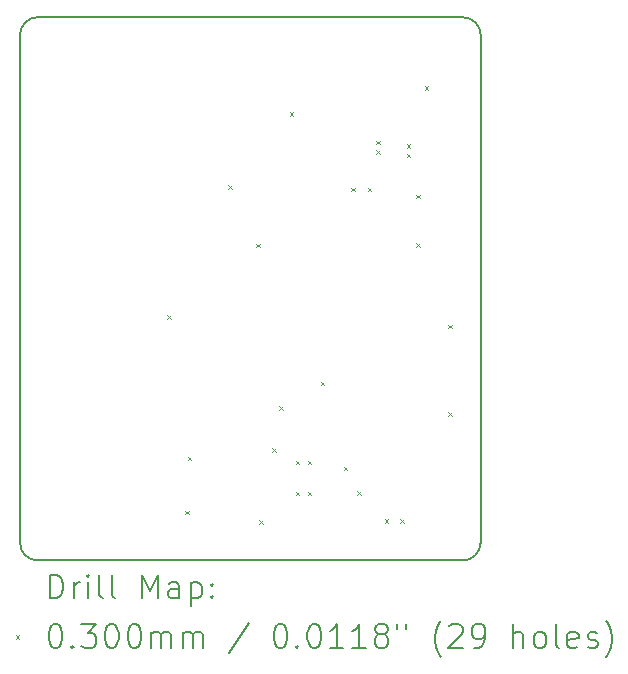
<source format=gbr>
%TF.GenerationSoftware,KiCad,Pcbnew,9.0.1-rc2*%
%TF.CreationDate,2025-04-23T19:50:41-07:00*%
%TF.ProjectId,displaypcb,64697370-6c61-4797-9063-622e6b696361,2*%
%TF.SameCoordinates,Original*%
%TF.FileFunction,Drillmap*%
%TF.FilePolarity,Positive*%
%FSLAX45Y45*%
G04 Gerber Fmt 4.5, Leading zero omitted, Abs format (unit mm)*
G04 Created by KiCad (PCBNEW 9.0.1-rc2) date 2025-04-23 19:50:41*
%MOMM*%
%LPD*%
G01*
G04 APERTURE LIST*
%ADD10C,0.150000*%
%ADD11C,0.200000*%
%ADD12C,0.100000*%
G04 APERTURE END LIST*
D10*
X11500000Y-12150000D02*
G75*
G02*
X11350000Y-12300000I-150000J0D01*
G01*
X7600000Y-7850000D02*
X7600000Y-12150000D01*
X7750000Y-12300000D02*
G75*
G02*
X7600000Y-12150000I0J150000D01*
G01*
X11350000Y-12300000D02*
X7750000Y-12300000D01*
X11500000Y-7850000D02*
X11500000Y-12150000D01*
X11350000Y-7700000D02*
G75*
G02*
X11500000Y-7850000I0J-150000D01*
G01*
X7750000Y-7700000D02*
X11350000Y-7700000D01*
X7600000Y-7850000D02*
G75*
G02*
X7750000Y-7700000I150000J0D01*
G01*
D11*
D12*
X8845000Y-10225000D02*
X8875000Y-10255000D01*
X8875000Y-10225000D02*
X8845000Y-10255000D01*
X9000000Y-11880000D02*
X9030000Y-11910000D01*
X9030000Y-11880000D02*
X9000000Y-11910000D01*
X9020000Y-11420000D02*
X9050000Y-11450000D01*
X9050000Y-11420000D02*
X9020000Y-11450000D01*
X9365000Y-9125000D02*
X9395000Y-9155000D01*
X9395000Y-9125000D02*
X9365000Y-9155000D01*
X9600000Y-9620000D02*
X9630000Y-9650000D01*
X9630000Y-9620000D02*
X9600000Y-9650000D01*
X9625000Y-11960000D02*
X9655000Y-11990000D01*
X9655000Y-11960000D02*
X9625000Y-11990000D01*
X9735000Y-11350000D02*
X9765000Y-11380000D01*
X9765000Y-11350000D02*
X9735000Y-11380000D01*
X9795000Y-10995000D02*
X9825000Y-11025000D01*
X9825000Y-10995000D02*
X9795000Y-11025000D01*
X9885000Y-8505000D02*
X9915000Y-8535000D01*
X9915000Y-8505000D02*
X9885000Y-8535000D01*
X9935000Y-11457031D02*
X9965000Y-11487031D01*
X9965000Y-11457031D02*
X9935000Y-11487031D01*
X9935000Y-11717031D02*
X9965000Y-11747031D01*
X9965000Y-11717031D02*
X9935000Y-11747031D01*
X10035000Y-11457031D02*
X10065000Y-11487031D01*
X10065000Y-11457031D02*
X10035000Y-11487031D01*
X10035000Y-11717031D02*
X10065000Y-11747031D01*
X10065000Y-11717031D02*
X10035000Y-11747031D01*
X10145000Y-10785000D02*
X10175000Y-10815000D01*
X10175000Y-10785000D02*
X10145000Y-10815000D01*
X10340000Y-11505000D02*
X10370000Y-11535000D01*
X10370000Y-11505000D02*
X10340000Y-11535000D01*
X10405000Y-9145000D02*
X10435000Y-9175000D01*
X10435000Y-9145000D02*
X10405000Y-9175000D01*
X10455000Y-11715000D02*
X10485000Y-11745000D01*
X10485000Y-11715000D02*
X10455000Y-11745000D01*
X10545000Y-9145000D02*
X10575000Y-9175000D01*
X10575000Y-9145000D02*
X10545000Y-9175000D01*
X10615000Y-8745000D02*
X10645000Y-8775000D01*
X10645000Y-8745000D02*
X10615000Y-8775000D01*
X10615000Y-8825000D02*
X10645000Y-8855000D01*
X10645000Y-8825000D02*
X10615000Y-8855000D01*
X10690000Y-11950000D02*
X10720000Y-11980000D01*
X10720000Y-11950000D02*
X10690000Y-11980000D01*
X10820000Y-11950000D02*
X10850000Y-11980000D01*
X10850000Y-11950000D02*
X10820000Y-11980000D01*
X10875000Y-8775000D02*
X10905000Y-8805000D01*
X10905000Y-8775000D02*
X10875000Y-8805000D01*
X10875000Y-8855000D02*
X10905000Y-8885000D01*
X10905000Y-8855000D02*
X10875000Y-8885000D01*
X10955000Y-9205000D02*
X10985000Y-9235000D01*
X10985000Y-9205000D02*
X10955000Y-9235000D01*
X10955000Y-9615000D02*
X10985000Y-9645000D01*
X10985000Y-9615000D02*
X10955000Y-9645000D01*
X11025000Y-8285000D02*
X11055000Y-8315000D01*
X11055000Y-8285000D02*
X11025000Y-8315000D01*
X11225000Y-10305000D02*
X11255000Y-10335000D01*
X11255000Y-10305000D02*
X11225000Y-10335000D01*
X11225000Y-11045000D02*
X11255000Y-11075000D01*
X11255000Y-11045000D02*
X11225000Y-11075000D01*
D11*
X7853277Y-12618984D02*
X7853277Y-12418984D01*
X7853277Y-12418984D02*
X7900896Y-12418984D01*
X7900896Y-12418984D02*
X7929467Y-12428508D01*
X7929467Y-12428508D02*
X7948515Y-12447555D01*
X7948515Y-12447555D02*
X7958039Y-12466603D01*
X7958039Y-12466603D02*
X7967562Y-12504698D01*
X7967562Y-12504698D02*
X7967562Y-12533269D01*
X7967562Y-12533269D02*
X7958039Y-12571365D01*
X7958039Y-12571365D02*
X7948515Y-12590412D01*
X7948515Y-12590412D02*
X7929467Y-12609460D01*
X7929467Y-12609460D02*
X7900896Y-12618984D01*
X7900896Y-12618984D02*
X7853277Y-12618984D01*
X8053277Y-12618984D02*
X8053277Y-12485650D01*
X8053277Y-12523746D02*
X8062801Y-12504698D01*
X8062801Y-12504698D02*
X8072324Y-12495174D01*
X8072324Y-12495174D02*
X8091372Y-12485650D01*
X8091372Y-12485650D02*
X8110420Y-12485650D01*
X8177086Y-12618984D02*
X8177086Y-12485650D01*
X8177086Y-12418984D02*
X8167562Y-12428508D01*
X8167562Y-12428508D02*
X8177086Y-12438031D01*
X8177086Y-12438031D02*
X8186610Y-12428508D01*
X8186610Y-12428508D02*
X8177086Y-12418984D01*
X8177086Y-12418984D02*
X8177086Y-12438031D01*
X8300896Y-12618984D02*
X8281848Y-12609460D01*
X8281848Y-12609460D02*
X8272324Y-12590412D01*
X8272324Y-12590412D02*
X8272324Y-12418984D01*
X8405658Y-12618984D02*
X8386610Y-12609460D01*
X8386610Y-12609460D02*
X8377086Y-12590412D01*
X8377086Y-12590412D02*
X8377086Y-12418984D01*
X8634229Y-12618984D02*
X8634229Y-12418984D01*
X8634229Y-12418984D02*
X8700896Y-12561841D01*
X8700896Y-12561841D02*
X8767563Y-12418984D01*
X8767563Y-12418984D02*
X8767563Y-12618984D01*
X8948515Y-12618984D02*
X8948515Y-12514222D01*
X8948515Y-12514222D02*
X8938991Y-12495174D01*
X8938991Y-12495174D02*
X8919944Y-12485650D01*
X8919944Y-12485650D02*
X8881848Y-12485650D01*
X8881848Y-12485650D02*
X8862801Y-12495174D01*
X8948515Y-12609460D02*
X8929467Y-12618984D01*
X8929467Y-12618984D02*
X8881848Y-12618984D01*
X8881848Y-12618984D02*
X8862801Y-12609460D01*
X8862801Y-12609460D02*
X8853277Y-12590412D01*
X8853277Y-12590412D02*
X8853277Y-12571365D01*
X8853277Y-12571365D02*
X8862801Y-12552317D01*
X8862801Y-12552317D02*
X8881848Y-12542793D01*
X8881848Y-12542793D02*
X8929467Y-12542793D01*
X8929467Y-12542793D02*
X8948515Y-12533269D01*
X9043753Y-12485650D02*
X9043753Y-12685650D01*
X9043753Y-12495174D02*
X9062801Y-12485650D01*
X9062801Y-12485650D02*
X9100896Y-12485650D01*
X9100896Y-12485650D02*
X9119944Y-12495174D01*
X9119944Y-12495174D02*
X9129467Y-12504698D01*
X9129467Y-12504698D02*
X9138991Y-12523746D01*
X9138991Y-12523746D02*
X9138991Y-12580888D01*
X9138991Y-12580888D02*
X9129467Y-12599936D01*
X9129467Y-12599936D02*
X9119944Y-12609460D01*
X9119944Y-12609460D02*
X9100896Y-12618984D01*
X9100896Y-12618984D02*
X9062801Y-12618984D01*
X9062801Y-12618984D02*
X9043753Y-12609460D01*
X9224705Y-12599936D02*
X9234229Y-12609460D01*
X9234229Y-12609460D02*
X9224705Y-12618984D01*
X9224705Y-12618984D02*
X9215182Y-12609460D01*
X9215182Y-12609460D02*
X9224705Y-12599936D01*
X9224705Y-12599936D02*
X9224705Y-12618984D01*
X9224705Y-12495174D02*
X9234229Y-12504698D01*
X9234229Y-12504698D02*
X9224705Y-12514222D01*
X9224705Y-12514222D02*
X9215182Y-12504698D01*
X9215182Y-12504698D02*
X9224705Y-12495174D01*
X9224705Y-12495174D02*
X9224705Y-12514222D01*
D12*
X7562500Y-12932500D02*
X7592500Y-12962500D01*
X7592500Y-12932500D02*
X7562500Y-12962500D01*
D11*
X7891372Y-12838984D02*
X7910420Y-12838984D01*
X7910420Y-12838984D02*
X7929467Y-12848508D01*
X7929467Y-12848508D02*
X7938991Y-12858031D01*
X7938991Y-12858031D02*
X7948515Y-12877079D01*
X7948515Y-12877079D02*
X7958039Y-12915174D01*
X7958039Y-12915174D02*
X7958039Y-12962793D01*
X7958039Y-12962793D02*
X7948515Y-13000888D01*
X7948515Y-13000888D02*
X7938991Y-13019936D01*
X7938991Y-13019936D02*
X7929467Y-13029460D01*
X7929467Y-13029460D02*
X7910420Y-13038984D01*
X7910420Y-13038984D02*
X7891372Y-13038984D01*
X7891372Y-13038984D02*
X7872324Y-13029460D01*
X7872324Y-13029460D02*
X7862801Y-13019936D01*
X7862801Y-13019936D02*
X7853277Y-13000888D01*
X7853277Y-13000888D02*
X7843753Y-12962793D01*
X7843753Y-12962793D02*
X7843753Y-12915174D01*
X7843753Y-12915174D02*
X7853277Y-12877079D01*
X7853277Y-12877079D02*
X7862801Y-12858031D01*
X7862801Y-12858031D02*
X7872324Y-12848508D01*
X7872324Y-12848508D02*
X7891372Y-12838984D01*
X8043753Y-13019936D02*
X8053277Y-13029460D01*
X8053277Y-13029460D02*
X8043753Y-13038984D01*
X8043753Y-13038984D02*
X8034229Y-13029460D01*
X8034229Y-13029460D02*
X8043753Y-13019936D01*
X8043753Y-13019936D02*
X8043753Y-13038984D01*
X8119943Y-12838984D02*
X8243753Y-12838984D01*
X8243753Y-12838984D02*
X8177086Y-12915174D01*
X8177086Y-12915174D02*
X8205658Y-12915174D01*
X8205658Y-12915174D02*
X8224705Y-12924698D01*
X8224705Y-12924698D02*
X8234229Y-12934222D01*
X8234229Y-12934222D02*
X8243753Y-12953269D01*
X8243753Y-12953269D02*
X8243753Y-13000888D01*
X8243753Y-13000888D02*
X8234229Y-13019936D01*
X8234229Y-13019936D02*
X8224705Y-13029460D01*
X8224705Y-13029460D02*
X8205658Y-13038984D01*
X8205658Y-13038984D02*
X8148515Y-13038984D01*
X8148515Y-13038984D02*
X8129467Y-13029460D01*
X8129467Y-13029460D02*
X8119943Y-13019936D01*
X8367562Y-12838984D02*
X8386610Y-12838984D01*
X8386610Y-12838984D02*
X8405658Y-12848508D01*
X8405658Y-12848508D02*
X8415182Y-12858031D01*
X8415182Y-12858031D02*
X8424705Y-12877079D01*
X8424705Y-12877079D02*
X8434229Y-12915174D01*
X8434229Y-12915174D02*
X8434229Y-12962793D01*
X8434229Y-12962793D02*
X8424705Y-13000888D01*
X8424705Y-13000888D02*
X8415182Y-13019936D01*
X8415182Y-13019936D02*
X8405658Y-13029460D01*
X8405658Y-13029460D02*
X8386610Y-13038984D01*
X8386610Y-13038984D02*
X8367562Y-13038984D01*
X8367562Y-13038984D02*
X8348515Y-13029460D01*
X8348515Y-13029460D02*
X8338991Y-13019936D01*
X8338991Y-13019936D02*
X8329467Y-13000888D01*
X8329467Y-13000888D02*
X8319943Y-12962793D01*
X8319943Y-12962793D02*
X8319943Y-12915174D01*
X8319943Y-12915174D02*
X8329467Y-12877079D01*
X8329467Y-12877079D02*
X8338991Y-12858031D01*
X8338991Y-12858031D02*
X8348515Y-12848508D01*
X8348515Y-12848508D02*
X8367562Y-12838984D01*
X8558039Y-12838984D02*
X8577086Y-12838984D01*
X8577086Y-12838984D02*
X8596134Y-12848508D01*
X8596134Y-12848508D02*
X8605658Y-12858031D01*
X8605658Y-12858031D02*
X8615182Y-12877079D01*
X8615182Y-12877079D02*
X8624705Y-12915174D01*
X8624705Y-12915174D02*
X8624705Y-12962793D01*
X8624705Y-12962793D02*
X8615182Y-13000888D01*
X8615182Y-13000888D02*
X8605658Y-13019936D01*
X8605658Y-13019936D02*
X8596134Y-13029460D01*
X8596134Y-13029460D02*
X8577086Y-13038984D01*
X8577086Y-13038984D02*
X8558039Y-13038984D01*
X8558039Y-13038984D02*
X8538991Y-13029460D01*
X8538991Y-13029460D02*
X8529467Y-13019936D01*
X8529467Y-13019936D02*
X8519944Y-13000888D01*
X8519944Y-13000888D02*
X8510420Y-12962793D01*
X8510420Y-12962793D02*
X8510420Y-12915174D01*
X8510420Y-12915174D02*
X8519944Y-12877079D01*
X8519944Y-12877079D02*
X8529467Y-12858031D01*
X8529467Y-12858031D02*
X8538991Y-12848508D01*
X8538991Y-12848508D02*
X8558039Y-12838984D01*
X8710420Y-13038984D02*
X8710420Y-12905650D01*
X8710420Y-12924698D02*
X8719944Y-12915174D01*
X8719944Y-12915174D02*
X8738991Y-12905650D01*
X8738991Y-12905650D02*
X8767563Y-12905650D01*
X8767563Y-12905650D02*
X8786610Y-12915174D01*
X8786610Y-12915174D02*
X8796134Y-12934222D01*
X8796134Y-12934222D02*
X8796134Y-13038984D01*
X8796134Y-12934222D02*
X8805658Y-12915174D01*
X8805658Y-12915174D02*
X8824705Y-12905650D01*
X8824705Y-12905650D02*
X8853277Y-12905650D01*
X8853277Y-12905650D02*
X8872325Y-12915174D01*
X8872325Y-12915174D02*
X8881848Y-12934222D01*
X8881848Y-12934222D02*
X8881848Y-13038984D01*
X8977086Y-13038984D02*
X8977086Y-12905650D01*
X8977086Y-12924698D02*
X8986610Y-12915174D01*
X8986610Y-12915174D02*
X9005658Y-12905650D01*
X9005658Y-12905650D02*
X9034229Y-12905650D01*
X9034229Y-12905650D02*
X9053277Y-12915174D01*
X9053277Y-12915174D02*
X9062801Y-12934222D01*
X9062801Y-12934222D02*
X9062801Y-13038984D01*
X9062801Y-12934222D02*
X9072325Y-12915174D01*
X9072325Y-12915174D02*
X9091372Y-12905650D01*
X9091372Y-12905650D02*
X9119944Y-12905650D01*
X9119944Y-12905650D02*
X9138991Y-12915174D01*
X9138991Y-12915174D02*
X9148515Y-12934222D01*
X9148515Y-12934222D02*
X9148515Y-13038984D01*
X9538991Y-12829460D02*
X9367563Y-13086603D01*
X9796134Y-12838984D02*
X9815182Y-12838984D01*
X9815182Y-12838984D02*
X9834229Y-12848508D01*
X9834229Y-12848508D02*
X9843753Y-12858031D01*
X9843753Y-12858031D02*
X9853277Y-12877079D01*
X9853277Y-12877079D02*
X9862801Y-12915174D01*
X9862801Y-12915174D02*
X9862801Y-12962793D01*
X9862801Y-12962793D02*
X9853277Y-13000888D01*
X9853277Y-13000888D02*
X9843753Y-13019936D01*
X9843753Y-13019936D02*
X9834229Y-13029460D01*
X9834229Y-13029460D02*
X9815182Y-13038984D01*
X9815182Y-13038984D02*
X9796134Y-13038984D01*
X9796134Y-13038984D02*
X9777087Y-13029460D01*
X9777087Y-13029460D02*
X9767563Y-13019936D01*
X9767563Y-13019936D02*
X9758039Y-13000888D01*
X9758039Y-13000888D02*
X9748515Y-12962793D01*
X9748515Y-12962793D02*
X9748515Y-12915174D01*
X9748515Y-12915174D02*
X9758039Y-12877079D01*
X9758039Y-12877079D02*
X9767563Y-12858031D01*
X9767563Y-12858031D02*
X9777087Y-12848508D01*
X9777087Y-12848508D02*
X9796134Y-12838984D01*
X9948515Y-13019936D02*
X9958039Y-13029460D01*
X9958039Y-13029460D02*
X9948515Y-13038984D01*
X9948515Y-13038984D02*
X9938991Y-13029460D01*
X9938991Y-13029460D02*
X9948515Y-13019936D01*
X9948515Y-13019936D02*
X9948515Y-13038984D01*
X10081848Y-12838984D02*
X10100896Y-12838984D01*
X10100896Y-12838984D02*
X10119944Y-12848508D01*
X10119944Y-12848508D02*
X10129468Y-12858031D01*
X10129468Y-12858031D02*
X10138991Y-12877079D01*
X10138991Y-12877079D02*
X10148515Y-12915174D01*
X10148515Y-12915174D02*
X10148515Y-12962793D01*
X10148515Y-12962793D02*
X10138991Y-13000888D01*
X10138991Y-13000888D02*
X10129468Y-13019936D01*
X10129468Y-13019936D02*
X10119944Y-13029460D01*
X10119944Y-13029460D02*
X10100896Y-13038984D01*
X10100896Y-13038984D02*
X10081848Y-13038984D01*
X10081848Y-13038984D02*
X10062801Y-13029460D01*
X10062801Y-13029460D02*
X10053277Y-13019936D01*
X10053277Y-13019936D02*
X10043753Y-13000888D01*
X10043753Y-13000888D02*
X10034229Y-12962793D01*
X10034229Y-12962793D02*
X10034229Y-12915174D01*
X10034229Y-12915174D02*
X10043753Y-12877079D01*
X10043753Y-12877079D02*
X10053277Y-12858031D01*
X10053277Y-12858031D02*
X10062801Y-12848508D01*
X10062801Y-12848508D02*
X10081848Y-12838984D01*
X10338991Y-13038984D02*
X10224706Y-13038984D01*
X10281848Y-13038984D02*
X10281848Y-12838984D01*
X10281848Y-12838984D02*
X10262801Y-12867555D01*
X10262801Y-12867555D02*
X10243753Y-12886603D01*
X10243753Y-12886603D02*
X10224706Y-12896127D01*
X10529468Y-13038984D02*
X10415182Y-13038984D01*
X10472325Y-13038984D02*
X10472325Y-12838984D01*
X10472325Y-12838984D02*
X10453277Y-12867555D01*
X10453277Y-12867555D02*
X10434229Y-12886603D01*
X10434229Y-12886603D02*
X10415182Y-12896127D01*
X10643753Y-12924698D02*
X10624706Y-12915174D01*
X10624706Y-12915174D02*
X10615182Y-12905650D01*
X10615182Y-12905650D02*
X10605658Y-12886603D01*
X10605658Y-12886603D02*
X10605658Y-12877079D01*
X10605658Y-12877079D02*
X10615182Y-12858031D01*
X10615182Y-12858031D02*
X10624706Y-12848508D01*
X10624706Y-12848508D02*
X10643753Y-12838984D01*
X10643753Y-12838984D02*
X10681849Y-12838984D01*
X10681849Y-12838984D02*
X10700896Y-12848508D01*
X10700896Y-12848508D02*
X10710420Y-12858031D01*
X10710420Y-12858031D02*
X10719944Y-12877079D01*
X10719944Y-12877079D02*
X10719944Y-12886603D01*
X10719944Y-12886603D02*
X10710420Y-12905650D01*
X10710420Y-12905650D02*
X10700896Y-12915174D01*
X10700896Y-12915174D02*
X10681849Y-12924698D01*
X10681849Y-12924698D02*
X10643753Y-12924698D01*
X10643753Y-12924698D02*
X10624706Y-12934222D01*
X10624706Y-12934222D02*
X10615182Y-12943746D01*
X10615182Y-12943746D02*
X10605658Y-12962793D01*
X10605658Y-12962793D02*
X10605658Y-13000888D01*
X10605658Y-13000888D02*
X10615182Y-13019936D01*
X10615182Y-13019936D02*
X10624706Y-13029460D01*
X10624706Y-13029460D02*
X10643753Y-13038984D01*
X10643753Y-13038984D02*
X10681849Y-13038984D01*
X10681849Y-13038984D02*
X10700896Y-13029460D01*
X10700896Y-13029460D02*
X10710420Y-13019936D01*
X10710420Y-13019936D02*
X10719944Y-13000888D01*
X10719944Y-13000888D02*
X10719944Y-12962793D01*
X10719944Y-12962793D02*
X10710420Y-12943746D01*
X10710420Y-12943746D02*
X10700896Y-12934222D01*
X10700896Y-12934222D02*
X10681849Y-12924698D01*
X10796134Y-12838984D02*
X10796134Y-12877079D01*
X10872325Y-12838984D02*
X10872325Y-12877079D01*
X11167563Y-13115174D02*
X11158039Y-13105650D01*
X11158039Y-13105650D02*
X11138991Y-13077079D01*
X11138991Y-13077079D02*
X11129468Y-13058031D01*
X11129468Y-13058031D02*
X11119944Y-13029460D01*
X11119944Y-13029460D02*
X11110420Y-12981841D01*
X11110420Y-12981841D02*
X11110420Y-12943746D01*
X11110420Y-12943746D02*
X11119944Y-12896127D01*
X11119944Y-12896127D02*
X11129468Y-12867555D01*
X11129468Y-12867555D02*
X11138991Y-12848508D01*
X11138991Y-12848508D02*
X11158039Y-12819936D01*
X11158039Y-12819936D02*
X11167563Y-12810412D01*
X11234229Y-12858031D02*
X11243753Y-12848508D01*
X11243753Y-12848508D02*
X11262801Y-12838984D01*
X11262801Y-12838984D02*
X11310420Y-12838984D01*
X11310420Y-12838984D02*
X11329468Y-12848508D01*
X11329468Y-12848508D02*
X11338991Y-12858031D01*
X11338991Y-12858031D02*
X11348515Y-12877079D01*
X11348515Y-12877079D02*
X11348515Y-12896127D01*
X11348515Y-12896127D02*
X11338991Y-12924698D01*
X11338991Y-12924698D02*
X11224706Y-13038984D01*
X11224706Y-13038984D02*
X11348515Y-13038984D01*
X11443753Y-13038984D02*
X11481848Y-13038984D01*
X11481848Y-13038984D02*
X11500896Y-13029460D01*
X11500896Y-13029460D02*
X11510420Y-13019936D01*
X11510420Y-13019936D02*
X11529468Y-12991365D01*
X11529468Y-12991365D02*
X11538991Y-12953269D01*
X11538991Y-12953269D02*
X11538991Y-12877079D01*
X11538991Y-12877079D02*
X11529468Y-12858031D01*
X11529468Y-12858031D02*
X11519944Y-12848508D01*
X11519944Y-12848508D02*
X11500896Y-12838984D01*
X11500896Y-12838984D02*
X11462801Y-12838984D01*
X11462801Y-12838984D02*
X11443753Y-12848508D01*
X11443753Y-12848508D02*
X11434229Y-12858031D01*
X11434229Y-12858031D02*
X11424706Y-12877079D01*
X11424706Y-12877079D02*
X11424706Y-12924698D01*
X11424706Y-12924698D02*
X11434229Y-12943746D01*
X11434229Y-12943746D02*
X11443753Y-12953269D01*
X11443753Y-12953269D02*
X11462801Y-12962793D01*
X11462801Y-12962793D02*
X11500896Y-12962793D01*
X11500896Y-12962793D02*
X11519944Y-12953269D01*
X11519944Y-12953269D02*
X11529468Y-12943746D01*
X11529468Y-12943746D02*
X11538991Y-12924698D01*
X11777087Y-13038984D02*
X11777087Y-12838984D01*
X11862801Y-13038984D02*
X11862801Y-12934222D01*
X11862801Y-12934222D02*
X11853277Y-12915174D01*
X11853277Y-12915174D02*
X11834230Y-12905650D01*
X11834230Y-12905650D02*
X11805658Y-12905650D01*
X11805658Y-12905650D02*
X11786610Y-12915174D01*
X11786610Y-12915174D02*
X11777087Y-12924698D01*
X11986610Y-13038984D02*
X11967563Y-13029460D01*
X11967563Y-13029460D02*
X11958039Y-13019936D01*
X11958039Y-13019936D02*
X11948515Y-13000888D01*
X11948515Y-13000888D02*
X11948515Y-12943746D01*
X11948515Y-12943746D02*
X11958039Y-12924698D01*
X11958039Y-12924698D02*
X11967563Y-12915174D01*
X11967563Y-12915174D02*
X11986610Y-12905650D01*
X11986610Y-12905650D02*
X12015182Y-12905650D01*
X12015182Y-12905650D02*
X12034230Y-12915174D01*
X12034230Y-12915174D02*
X12043753Y-12924698D01*
X12043753Y-12924698D02*
X12053277Y-12943746D01*
X12053277Y-12943746D02*
X12053277Y-13000888D01*
X12053277Y-13000888D02*
X12043753Y-13019936D01*
X12043753Y-13019936D02*
X12034230Y-13029460D01*
X12034230Y-13029460D02*
X12015182Y-13038984D01*
X12015182Y-13038984D02*
X11986610Y-13038984D01*
X12167563Y-13038984D02*
X12148515Y-13029460D01*
X12148515Y-13029460D02*
X12138991Y-13010412D01*
X12138991Y-13010412D02*
X12138991Y-12838984D01*
X12319944Y-13029460D02*
X12300896Y-13038984D01*
X12300896Y-13038984D02*
X12262801Y-13038984D01*
X12262801Y-13038984D02*
X12243753Y-13029460D01*
X12243753Y-13029460D02*
X12234230Y-13010412D01*
X12234230Y-13010412D02*
X12234230Y-12934222D01*
X12234230Y-12934222D02*
X12243753Y-12915174D01*
X12243753Y-12915174D02*
X12262801Y-12905650D01*
X12262801Y-12905650D02*
X12300896Y-12905650D01*
X12300896Y-12905650D02*
X12319944Y-12915174D01*
X12319944Y-12915174D02*
X12329468Y-12934222D01*
X12329468Y-12934222D02*
X12329468Y-12953269D01*
X12329468Y-12953269D02*
X12234230Y-12972317D01*
X12405658Y-13029460D02*
X12424706Y-13038984D01*
X12424706Y-13038984D02*
X12462801Y-13038984D01*
X12462801Y-13038984D02*
X12481849Y-13029460D01*
X12481849Y-13029460D02*
X12491372Y-13010412D01*
X12491372Y-13010412D02*
X12491372Y-13000888D01*
X12491372Y-13000888D02*
X12481849Y-12981841D01*
X12481849Y-12981841D02*
X12462801Y-12972317D01*
X12462801Y-12972317D02*
X12434230Y-12972317D01*
X12434230Y-12972317D02*
X12415182Y-12962793D01*
X12415182Y-12962793D02*
X12405658Y-12943746D01*
X12405658Y-12943746D02*
X12405658Y-12934222D01*
X12405658Y-12934222D02*
X12415182Y-12915174D01*
X12415182Y-12915174D02*
X12434230Y-12905650D01*
X12434230Y-12905650D02*
X12462801Y-12905650D01*
X12462801Y-12905650D02*
X12481849Y-12915174D01*
X12558039Y-13115174D02*
X12567563Y-13105650D01*
X12567563Y-13105650D02*
X12586611Y-13077079D01*
X12586611Y-13077079D02*
X12596134Y-13058031D01*
X12596134Y-13058031D02*
X12605658Y-13029460D01*
X12605658Y-13029460D02*
X12615182Y-12981841D01*
X12615182Y-12981841D02*
X12615182Y-12943746D01*
X12615182Y-12943746D02*
X12605658Y-12896127D01*
X12605658Y-12896127D02*
X12596134Y-12867555D01*
X12596134Y-12867555D02*
X12586611Y-12848508D01*
X12586611Y-12848508D02*
X12567563Y-12819936D01*
X12567563Y-12819936D02*
X12558039Y-12810412D01*
M02*

</source>
